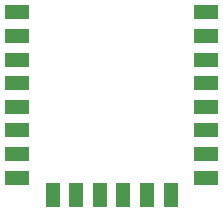
<source format=gbp>
G04 #@! TF.GenerationSoftware,KiCad,Pcbnew,7.0.1-0*
G04 #@! TF.CreationDate,2024-01-29T00:44:29+01:00*
G04 #@! TF.ProjectId,Smart_Lamps,536d6172-745f-44c6-916d-70732e6b6963,rev?*
G04 #@! TF.SameCoordinates,Original*
G04 #@! TF.FileFunction,Paste,Bot*
G04 #@! TF.FilePolarity,Positive*
%FSLAX46Y46*%
G04 Gerber Fmt 4.6, Leading zero omitted, Abs format (unit mm)*
G04 Created by KiCad (PCBNEW 7.0.1-0) date 2024-01-29 00:44:29*
%MOMM*%
%LPD*%
G01*
G04 APERTURE LIST*
%ADD10R,2.000000X1.200000*%
%ADD11R,1.200000X2.000000*%
G04 APERTURE END LIST*
D10*
X146200000Y-110900000D03*
X146200000Y-112900000D03*
X146200000Y-114900000D03*
X146200000Y-116900000D03*
X146200000Y-118900000D03*
X146200000Y-120900000D03*
X146200000Y-122900000D03*
X146200000Y-124900000D03*
D11*
X143200000Y-126380000D03*
X141200000Y-126380000D03*
X139200000Y-126380000D03*
X137200000Y-126380000D03*
X135200000Y-126380000D03*
X133200000Y-126380000D03*
D10*
X130200000Y-124900000D03*
X130200000Y-122900000D03*
X130200000Y-120900000D03*
X130200000Y-118900000D03*
X130200000Y-116900000D03*
X130200000Y-114900000D03*
X130200000Y-112900000D03*
X130200000Y-110900000D03*
M02*

</source>
